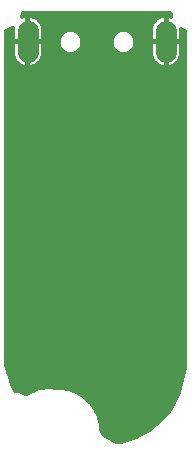
<source format=gbl>
G75*
%MOIN*%
%OFA0B0*%
%FSLAX24Y24*%
%IPPOS*%
%LPD*%
%AMOC8*
5,1,8,0,0,1.08239X$1,22.5*
%
%ADD10C,0.0700*%
%ADD11R,0.0436X0.0436*%
%ADD12C,0.0120*%
D10*
X001085Y013381D02*
X001085Y014081D01*
X005691Y014081D02*
X005691Y013381D01*
D11*
X005841Y012408D03*
X003424Y013979D03*
X001845Y010648D03*
X001215Y004522D03*
D12*
X000592Y002225D02*
X000662Y002067D01*
X000713Y002067D01*
X000750Y002081D01*
X000785Y002067D01*
X000823Y002066D01*
X000851Y002038D01*
X001026Y001963D01*
X001096Y002018D01*
X001096Y002018D01*
X001460Y002169D01*
X001460Y002169D01*
X001851Y002213D01*
X001851Y002213D01*
X002029Y002183D01*
X002207Y002187D01*
X002207Y002187D01*
X002585Y002093D01*
X002585Y002093D01*
X002925Y001904D01*
X002925Y001904D01*
X003206Y001634D01*
X003206Y001634D01*
X003407Y001300D01*
X003407Y001300D01*
X003514Y000926D01*
X003514Y000926D01*
X003517Y000777D01*
X003599Y000633D01*
X003664Y000590D01*
X003839Y000481D01*
X003844Y000482D01*
X003902Y000442D01*
X003962Y000405D01*
X003963Y000401D01*
X004017Y000364D01*
X004202Y000390D01*
X004687Y000533D01*
X005133Y000771D01*
X005523Y001093D01*
X005841Y001486D01*
X006075Y001934D01*
X006155Y002171D01*
X006338Y002845D01*
X006338Y014086D01*
X006196Y014157D01*
X006201Y014121D01*
X006201Y013750D01*
X005999Y013750D01*
X005992Y013731D01*
X005999Y013712D01*
X006201Y013712D01*
X006201Y013341D01*
X006189Y013261D01*
X006164Y013185D01*
X006128Y013114D01*
X006081Y013049D01*
X006024Y012992D01*
X005959Y012945D01*
X005887Y012908D01*
X005811Y012883D01*
X005732Y012871D01*
X005710Y012871D01*
X005710Y013078D01*
X005673Y013078D01*
X005673Y012871D01*
X005651Y012871D01*
X005572Y012883D01*
X005496Y012908D01*
X005424Y012945D01*
X005359Y012992D01*
X005302Y013049D01*
X005255Y013114D01*
X005219Y013185D01*
X005194Y013261D01*
X005181Y013341D01*
X005181Y013712D01*
X005384Y013712D01*
X005391Y013731D01*
X005384Y013750D01*
X005181Y013750D01*
X005181Y014121D01*
X005194Y014200D01*
X005219Y014277D01*
X005255Y014348D01*
X005302Y014413D01*
X005359Y014470D01*
X005424Y014517D01*
X005496Y014554D01*
X005572Y014578D01*
X005651Y014591D01*
X005673Y014591D01*
X005673Y014383D01*
X005710Y014383D01*
X005710Y014591D01*
X005732Y014591D01*
X005811Y014578D01*
X005872Y014558D01*
X005829Y014689D01*
X000936Y014689D01*
X000935Y014643D01*
X000935Y014643D01*
X000897Y014556D01*
X000966Y014578D01*
X001045Y014591D01*
X001066Y014591D01*
X001066Y014383D01*
X001104Y014383D01*
X001104Y014591D01*
X001125Y014591D01*
X001205Y014578D01*
X001281Y014554D01*
X001352Y014517D01*
X001417Y014470D01*
X001474Y014413D01*
X001521Y014348D01*
X001558Y014277D01*
X001583Y014200D01*
X001595Y014121D01*
X001595Y013750D01*
X001393Y013750D01*
X001385Y013731D01*
X001393Y013712D01*
X001595Y013712D01*
X001595Y013341D01*
X001583Y013261D01*
X001558Y013185D01*
X001521Y013114D01*
X001474Y013049D01*
X001417Y012992D01*
X001352Y012945D01*
X001281Y012908D01*
X001205Y012883D01*
X001125Y012871D01*
X001104Y012871D01*
X001104Y013078D01*
X001066Y013078D01*
X001066Y012871D01*
X001045Y012871D01*
X000966Y012883D01*
X000889Y012908D01*
X000818Y012945D01*
X000753Y012992D01*
X000696Y013049D01*
X000649Y013114D01*
X000613Y013185D01*
X000588Y013261D01*
X000575Y013341D01*
X000575Y013712D01*
X000777Y013712D01*
X000785Y013731D01*
X000777Y013750D01*
X000575Y013750D01*
X000575Y014121D01*
X000582Y014161D01*
X000368Y014078D01*
X000368Y002954D01*
X000420Y002736D01*
X000592Y002225D01*
X000599Y002211D02*
X001829Y002211D01*
X001866Y002211D02*
X006166Y002211D01*
X006198Y002329D02*
X000557Y002329D01*
X000517Y002448D02*
X006230Y002448D01*
X006262Y002566D02*
X000477Y002566D01*
X000438Y002685D02*
X006294Y002685D01*
X006327Y002803D02*
X000404Y002803D01*
X000375Y002922D02*
X006338Y002922D01*
X006338Y003040D02*
X000368Y003040D01*
X000368Y003159D02*
X006338Y003159D01*
X006338Y003277D02*
X000368Y003277D01*
X000368Y003396D02*
X006338Y003396D01*
X006338Y003514D02*
X000368Y003514D01*
X000368Y003633D02*
X006338Y003633D01*
X006338Y003751D02*
X000368Y003751D01*
X000368Y003870D02*
X006338Y003870D01*
X006338Y003988D02*
X000368Y003988D01*
X000368Y004107D02*
X006338Y004107D01*
X006338Y004225D02*
X000368Y004225D01*
X000368Y004344D02*
X006338Y004344D01*
X006338Y004462D02*
X000368Y004462D01*
X000368Y004581D02*
X006338Y004581D01*
X006338Y004699D02*
X000368Y004699D01*
X000368Y004818D02*
X006338Y004818D01*
X006338Y004936D02*
X000368Y004936D01*
X000368Y005055D02*
X006338Y005055D01*
X006338Y005173D02*
X000368Y005173D01*
X000368Y005292D02*
X006338Y005292D01*
X006338Y005410D02*
X000368Y005410D01*
X000368Y005529D02*
X006338Y005529D01*
X006338Y005647D02*
X000368Y005647D01*
X000368Y005766D02*
X006338Y005766D01*
X006338Y005884D02*
X000368Y005884D01*
X000368Y006003D02*
X006338Y006003D01*
X006338Y006121D02*
X000368Y006121D01*
X000368Y006240D02*
X006338Y006240D01*
X006338Y006358D02*
X000368Y006358D01*
X000368Y006477D02*
X006338Y006477D01*
X006338Y006595D02*
X000368Y006595D01*
X000368Y006714D02*
X006338Y006714D01*
X006338Y006832D02*
X000368Y006832D01*
X000368Y006951D02*
X006338Y006951D01*
X006338Y007069D02*
X000368Y007069D01*
X000368Y007188D02*
X006338Y007188D01*
X006338Y007306D02*
X000368Y007306D01*
X000368Y007425D02*
X006338Y007425D01*
X006338Y007543D02*
X000368Y007543D01*
X000368Y007662D02*
X006338Y007662D01*
X006338Y007780D02*
X000368Y007780D01*
X000368Y007899D02*
X006338Y007899D01*
X006338Y008017D02*
X000368Y008017D01*
X000368Y008136D02*
X006338Y008136D01*
X006338Y008254D02*
X000368Y008254D01*
X000368Y008373D02*
X006338Y008373D01*
X006338Y008491D02*
X000368Y008491D01*
X000368Y008610D02*
X006338Y008610D01*
X006338Y008728D02*
X000368Y008728D01*
X000368Y008847D02*
X006338Y008847D01*
X006338Y008965D02*
X000368Y008965D01*
X000368Y009084D02*
X006338Y009084D01*
X006338Y009202D02*
X000368Y009202D01*
X000368Y009321D02*
X006338Y009321D01*
X006338Y009439D02*
X000368Y009439D01*
X000368Y009558D02*
X006338Y009558D01*
X006338Y009676D02*
X000368Y009676D01*
X000368Y009795D02*
X006338Y009795D01*
X006338Y009913D02*
X000368Y009913D01*
X000368Y010032D02*
X006338Y010032D01*
X006338Y010150D02*
X000368Y010150D01*
X000368Y010269D02*
X006338Y010269D01*
X006338Y010387D02*
X000368Y010387D01*
X000368Y010506D02*
X006338Y010506D01*
X006338Y010624D02*
X000368Y010624D01*
X000368Y010743D02*
X006338Y010743D01*
X006338Y010861D02*
X000368Y010861D01*
X000368Y010980D02*
X006338Y010980D01*
X006338Y011098D02*
X000368Y011098D01*
X000368Y011217D02*
X006338Y011217D01*
X006338Y011335D02*
X000368Y011335D01*
X000368Y011454D02*
X006338Y011454D01*
X006338Y011572D02*
X000368Y011572D01*
X000368Y011691D02*
X006338Y011691D01*
X006338Y011809D02*
X000368Y011809D01*
X000368Y011928D02*
X006338Y011928D01*
X006338Y012046D02*
X000368Y012046D01*
X000368Y012165D02*
X006338Y012165D01*
X006338Y012283D02*
X000368Y012283D01*
X000368Y012402D02*
X006338Y012402D01*
X006338Y012520D02*
X000368Y012520D01*
X000368Y012639D02*
X006338Y012639D01*
X006338Y012757D02*
X000368Y012757D01*
X000368Y012876D02*
X001015Y012876D01*
X001066Y012876D02*
X001104Y012876D01*
X001156Y012876D02*
X005621Y012876D01*
X005673Y012876D02*
X005710Y012876D01*
X005762Y012876D02*
X006338Y012876D01*
X006338Y012994D02*
X006026Y012994D01*
X006127Y013113D02*
X006338Y013113D01*
X006338Y013231D02*
X006179Y013231D01*
X006201Y013350D02*
X006338Y013350D01*
X006338Y013468D02*
X006201Y013468D01*
X006201Y013587D02*
X006338Y013587D01*
X006338Y013705D02*
X006201Y013705D01*
X006201Y013824D02*
X006338Y013824D01*
X006338Y013942D02*
X006201Y013942D01*
X006201Y014061D02*
X006338Y014061D01*
X005841Y014653D02*
X000935Y014653D01*
X001066Y014535D02*
X001104Y014535D01*
X001104Y014416D02*
X001066Y014416D01*
X001318Y014535D02*
X005459Y014535D01*
X005306Y014416D02*
X001471Y014416D01*
X001547Y014298D02*
X005230Y014298D01*
X005191Y014179D02*
X001586Y014179D01*
X001595Y014061D02*
X002329Y014061D01*
X002278Y014039D02*
X002166Y013928D01*
X002106Y013782D01*
X002106Y013624D01*
X002166Y013479D01*
X002278Y013367D01*
X002424Y013307D01*
X002581Y013307D01*
X002727Y013367D01*
X002839Y013479D01*
X002899Y013624D01*
X002899Y013782D01*
X002839Y013928D01*
X002727Y014039D01*
X002581Y014100D01*
X002424Y014100D01*
X002278Y014039D01*
X002181Y013942D02*
X001595Y013942D01*
X001595Y013824D02*
X002123Y013824D01*
X002106Y013705D02*
X001595Y013705D01*
X001595Y013587D02*
X002122Y013587D01*
X002177Y013468D02*
X001595Y013468D01*
X001595Y013350D02*
X002320Y013350D01*
X002685Y013350D02*
X004092Y013350D01*
X004050Y013367D02*
X004195Y013307D01*
X004353Y013307D01*
X004499Y013367D01*
X004610Y013479D01*
X004671Y013624D01*
X004671Y013782D01*
X004610Y013928D01*
X004499Y014039D01*
X004353Y014100D01*
X004195Y014100D01*
X004050Y014039D01*
X003938Y013928D01*
X003878Y013782D01*
X003878Y013624D01*
X003938Y013479D01*
X004050Y013367D01*
X003949Y013468D02*
X002828Y013468D01*
X002883Y013587D02*
X003893Y013587D01*
X003878Y013705D02*
X002899Y013705D01*
X002882Y013824D02*
X003895Y013824D01*
X003952Y013942D02*
X002824Y013942D01*
X002676Y014061D02*
X004101Y014061D01*
X004448Y014061D02*
X005181Y014061D01*
X005181Y013942D02*
X004596Y013942D01*
X004654Y013824D02*
X005181Y013824D01*
X005181Y013705D02*
X004671Y013705D01*
X004655Y013587D02*
X005181Y013587D01*
X005181Y013468D02*
X004600Y013468D01*
X004457Y013350D02*
X005181Y013350D01*
X005204Y013231D02*
X001573Y013231D01*
X001521Y013113D02*
X005256Y013113D01*
X005357Y012994D02*
X001420Y012994D01*
X001104Y012994D02*
X001066Y012994D01*
X000751Y012994D02*
X000368Y012994D01*
X000368Y013113D02*
X000650Y013113D01*
X000598Y013231D02*
X000368Y013231D01*
X000368Y013350D02*
X000575Y013350D01*
X000575Y013468D02*
X000368Y013468D01*
X000368Y013587D02*
X000575Y013587D01*
X000575Y013705D02*
X000368Y013705D01*
X000368Y013824D02*
X000575Y013824D01*
X000575Y013942D02*
X000368Y013942D01*
X000368Y014061D02*
X000575Y014061D01*
X000651Y002092D02*
X001275Y002092D01*
X001040Y001974D02*
X001001Y001974D01*
X002586Y002092D02*
X006128Y002092D01*
X006088Y001974D02*
X002800Y001974D01*
X002976Y001855D02*
X006033Y001855D01*
X005972Y001737D02*
X003099Y001737D01*
X003215Y001618D02*
X005910Y001618D01*
X005849Y001500D02*
X003287Y001500D01*
X003358Y001381D02*
X005757Y001381D01*
X005661Y001263D02*
X003417Y001263D01*
X003451Y001144D02*
X005565Y001144D01*
X005442Y001026D02*
X003486Y001026D01*
X003515Y000907D02*
X005299Y000907D01*
X005155Y000789D02*
X003517Y000789D01*
X003578Y000670D02*
X004944Y000670D01*
X004721Y000552D02*
X003726Y000552D01*
X003917Y000433D02*
X004349Y000433D01*
X005673Y012994D02*
X005710Y012994D01*
X005673Y014416D02*
X005710Y014416D01*
X005710Y014535D02*
X005673Y014535D01*
M02*

</source>
